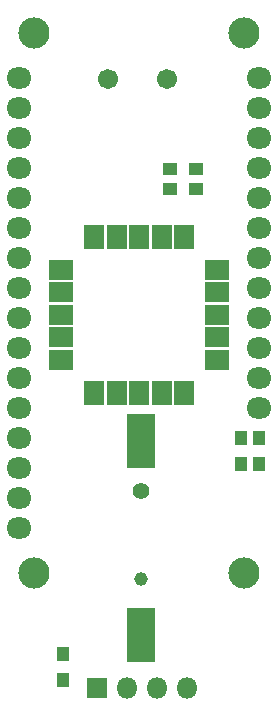
<source format=gbr>
G04 #@! TF.GenerationSoftware,KiCad,Pcbnew,(5.1.4)-1*
G04 #@! TF.CreationDate,2019-12-06T10:27:53-06:00*
G04 #@! TF.ProjectId,cutdown,63757464-6f77-46e2-9e6b-696361645f70,rev?*
G04 #@! TF.SameCoordinates,Original*
G04 #@! TF.FileFunction,Soldermask,Top*
G04 #@! TF.FilePolarity,Negative*
%FSLAX46Y46*%
G04 Gerber Fmt 4.6, Leading zero omitted, Abs format (unit mm)*
G04 Created by KiCad (PCBNEW (5.1.4)-1) date 2019-12-06 10:27:53*
%MOMM*%
%LPD*%
G04 APERTURE LIST*
%ADD10R,2.401600X4.601600*%
%ADD11C,1.151600*%
%ADD12C,1.401600*%
%ADD13C,1.701600*%
%ADD14O,1.801600X1.801600*%
%ADD15R,1.801600X1.801600*%
%ADD16R,1.001600X1.301600*%
%ADD17R,1.301600X1.001600*%
%ADD18O,2.133600X1.828800*%
%ADD19C,2.641600*%
%ADD20R,1.701600X2.001600*%
%ADD21R,2.001600X1.701600*%
G04 APERTURE END LIST*
D10*
X191262000Y-85370000D03*
X191262000Y-101770000D03*
D11*
X191262000Y-97070000D03*
D12*
X191262000Y-89620000D03*
D13*
X188508000Y-54737000D03*
X193508000Y-54737000D03*
D14*
X195199000Y-106299000D03*
X192659000Y-106299000D03*
X190119000Y-106299000D03*
D15*
X187579000Y-106299000D03*
D16*
X184658000Y-103421000D03*
X184658000Y-105621000D03*
D17*
X195918000Y-62357000D03*
X193718000Y-62357000D03*
X193718000Y-64008000D03*
X195918000Y-64008000D03*
D18*
X180975000Y-92710000D03*
X180975000Y-90170000D03*
X180975000Y-87630000D03*
X180975000Y-85090000D03*
X180975000Y-82550000D03*
X180975000Y-80010000D03*
X180975000Y-77470000D03*
X180975000Y-74930000D03*
X180975000Y-72390000D03*
X180975000Y-69850000D03*
X180975000Y-67310000D03*
X180975000Y-64770000D03*
X180975000Y-62230000D03*
X180975000Y-59690000D03*
X180975000Y-57150000D03*
X180975000Y-54610000D03*
X201295000Y-54610000D03*
X201295000Y-57150000D03*
X201295000Y-59690000D03*
X201295000Y-62230000D03*
X201295000Y-64770000D03*
X201295000Y-67310000D03*
X201295000Y-69850000D03*
X201295000Y-72390000D03*
X201295000Y-74930000D03*
X201295000Y-77470000D03*
X201295000Y-80010000D03*
X201295000Y-82550000D03*
D19*
X182245000Y-96520000D03*
X182245000Y-50800000D03*
X200025000Y-50800000D03*
X200025000Y-96520000D03*
D16*
X199771000Y-85133000D03*
X199771000Y-87333000D03*
X201295000Y-85133000D03*
X201295000Y-87333000D03*
D20*
X187335000Y-68076000D03*
D21*
X184535000Y-70876000D03*
X184535000Y-72776000D03*
X184535000Y-74676000D03*
X184535000Y-76576000D03*
X184535000Y-78476000D03*
X197735000Y-78476000D03*
X197735000Y-76576000D03*
X197735000Y-74676000D03*
X197735000Y-72776000D03*
X197735000Y-70876000D03*
D20*
X187335000Y-81276000D03*
X189235000Y-81276000D03*
X191135000Y-81276000D03*
X193035000Y-81276000D03*
X194935000Y-81276000D03*
X194935000Y-68076000D03*
X193035000Y-68076000D03*
X191135000Y-68076000D03*
X189235000Y-68076000D03*
M02*

</source>
